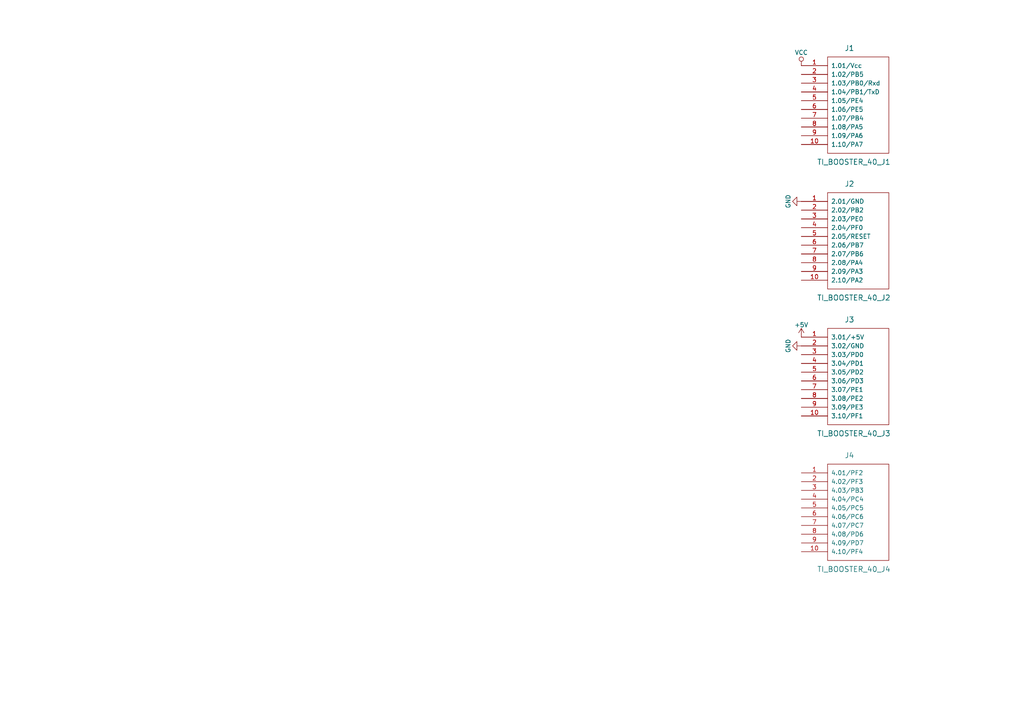
<source format=kicad_sch>
(kicad_sch (version 20210126) (generator eeschema)
  (paper "A4")
  (title_block (date "19 oct 2012"))
  (lib_symbols
    (symbol "boosterpack:Ti_Booster_40_J1" (pin_names (offset 1.016))
      (property "Reference" "J" (at -1.27 16.51 0))
      (property "Value" "Ti_Booster_40_J1" (at 0 -16.51 0))
      (symbol "Ti_Booster_40_J1_0_1"
        (rectangle (start -7.62 13.97) (end 10.16 -13.97))
      )
      (symbol "Ti_Booster_40_J1_1_1"
        (pin power_in line (at -15.24 11.43 0) (length 7.62) (name "1.01/Vcc") (number "1"))
        (pin bidirectional line (at -15.24 8.89 0) (length 7.62) (name "1.02/PB5") (number "2"))
        (pin bidirectional line (at -15.24 6.35 0) (length 7.62) (name "1.03/PB0/Rxd") (number "3"))
        (pin bidirectional line (at -15.24 3.81 0) (length 7.62) (name "1.04/PB1/TxD") (number "4"))
        (pin bidirectional line (at -15.24 1.27 0) (length 7.62) (name "1.05/PE4") (number "5"))
        (pin bidirectional line (at -15.24 -1.27 0) (length 7.62) (name "1.06/PE5") (number "6"))
        (pin bidirectional line (at -15.24 -3.81 0) (length 7.62) (name "1.07/PB4") (number "7"))
        (pin bidirectional line (at -15.24 -6.35 0) (length 7.62) (name "1.08/PA5") (number "8"))
        (pin bidirectional line (at -15.24 -8.89 0) (length 7.62) (name "1.09/PA6") (number "9"))
        (pin bidirectional line (at -15.24 -11.43 0) (length 7.62) (name "1.10/PA7") (number "10"))
      )
    )
    (symbol "boosterpack:Ti_Booster_40_J2" (pin_names (offset 1.016))
      (property "Reference" "J" (at -1.27 16.51 0))
      (property "Value" "Ti_Booster_40_J2" (at 0 -16.51 0))
      (symbol "Ti_Booster_40_J2_0_1"
        (rectangle (start -7.62 13.97) (end 10.16 -13.97))
      )
      (symbol "Ti_Booster_40_J2_1_1"
        (pin power_in line (at -15.24 11.43 0) (length 7.62) (name "2.01/GND") (number "1"))
        (pin bidirectional line (at -15.24 8.89 0) (length 7.62) (name "2.02/PB2") (number "2"))
        (pin bidirectional line (at -15.24 6.35 0) (length 7.62) (name "2.03/PE0") (number "3"))
        (pin bidirectional line (at -15.24 3.81 0) (length 7.62) (name "2.04/PF0") (number "4"))
        (pin bidirectional line (at -15.24 1.27 0) (length 7.62) (name "2.05/RESET") (number "5"))
        (pin bidirectional line (at -15.24 -1.27 0) (length 7.62) (name "2.06/PB7") (number "6"))
        (pin bidirectional line (at -15.24 -3.81 0) (length 7.62) (name "2.07/PB6") (number "7"))
        (pin bidirectional line (at -15.24 -6.35 0) (length 7.62) (name "2.08/PA4") (number "8"))
        (pin bidirectional line (at -15.24 -8.89 0) (length 7.62) (name "2.09/PA3") (number "9"))
        (pin bidirectional line (at -15.24 -11.43 0) (length 7.62) (name "2.10/PA2") (number "10"))
      )
    )
    (symbol "boosterpack:Ti_Booster_40_J3" (pin_names (offset 1.016))
      (property "Reference" "J" (at -1.27 16.51 0))
      (property "Value" "Ti_Booster_40_J3" (at 0 -16.51 0))
      (symbol "Ti_Booster_40_J3_0_1"
        (rectangle (start -7.62 13.97) (end 10.16 -13.97))
      )
      (symbol "Ti_Booster_40_J3_1_1"
        (pin power_in line (at -15.24 11.43 0) (length 7.62) (name "3.01/+5V") (number "1"))
        (pin bidirectional line (at -15.24 8.89 0) (length 7.62) (name "3.02/GND") (number "2"))
        (pin bidirectional line (at -15.24 6.35 0) (length 7.62) (name "3.03/PD0") (number "3"))
        (pin bidirectional line (at -15.24 3.81 0) (length 7.62) (name "3.04/PD1") (number "4"))
        (pin bidirectional line (at -15.24 1.27 0) (length 7.62) (name "3.05/PD2") (number "5"))
        (pin bidirectional line (at -15.24 -1.27 0) (length 7.62) (name "3.06/PD3") (number "6"))
        (pin bidirectional line (at -15.24 -3.81 0) (length 7.62) (name "3.07/PE1") (number "7"))
        (pin bidirectional line (at -15.24 -6.35 0) (length 7.62) (name "3.08/PE2") (number "8"))
        (pin bidirectional line (at -15.24 -8.89 0) (length 7.62) (name "3.09/PE3") (number "9"))
        (pin bidirectional line (at -15.24 -11.43 0) (length 7.62) (name "3.10/PF1") (number "10"))
      )
    )
    (symbol "boosterpack:Ti_Booster_40_J4" (pin_names (offset 1.016))
      (property "Reference" "J" (at -1.27 16.51 0))
      (property "Value" "Ti_Booster_40_J4" (at 0 -16.51 0))
      (symbol "Ti_Booster_40_J4_0_1"
        (rectangle (start -7.62 13.97) (end 10.16 -13.97))
      )
      (symbol "Ti_Booster_40_J4_1_1"
        (pin power_in line (at -15.24 11.43 0) (length 7.62) (name "4.01/PF2") (number "1"))
        (pin bidirectional line (at -15.24 8.89 0) (length 7.62) (name "4.02/PF3") (number "2"))
        (pin bidirectional line (at -15.24 6.35 0) (length 7.62) (name "4.03/PB3") (number "3"))
        (pin bidirectional line (at -15.24 3.81 0) (length 7.62) (name "4.04/PC4") (number "4"))
        (pin bidirectional line (at -15.24 1.27 0) (length 7.62) (name "4.05/PC5") (number "5"))
        (pin bidirectional line (at -15.24 -1.27 0) (length 7.62) (name "4.06/PC6") (number "6"))
        (pin bidirectional line (at -15.24 -3.81 0) (length 7.62) (name "4.07/PC7") (number "7"))
        (pin bidirectional line (at -15.24 -6.35 0) (length 7.62) (name "4.08/PD6") (number "8"))
        (pin bidirectional line (at -15.24 -8.89 0) (length 7.62) (name "4.09/PD7") (number "9"))
        (pin bidirectional line (at -15.24 -11.43 0) (length 7.62) (name "4.10/PF4") (number "10"))
      )
    )
    (symbol "power:+5V" (power) (pin_names (offset 0))
      (property "Value" "+5V" (at 0 3.556 0))
      (symbol "+5V_0_1"
        (polyline (pts (xy -0.762 1.27) (xy 0 2.54)))
        (polyline (pts (xy 0 0) (xy 0 2.54)))
        (polyline (pts (xy 0 2.54) (xy 0.762 1.27)))
      )
      (symbol "+5V_1_1"
        (pin power_in line (at 0 0 90) (length 0) hide (name "+5V") (number "1"))
      )
    )
    (symbol "power:GND" (power) (pin_names (offset 0))
      (property "Value" "GND" (at 0 -3.81 0))
      (symbol "GND_0_1"
        (polyline (pts (xy 0 0) (xy 0 -1.27) (xy 1.27 -1.27) (xy 0 -2.54) (xy -1.27 -1.27) (xy 0 -1.27)))
      )
      (symbol "GND_1_1"
        (pin power_in line (at 0 0 270) (length 0) hide (name "GND") (number "1"))
      )
    )
    (symbol "power:VCC" (power) (pin_names (offset 0))
      (property "Value" "VCC" (at 0 3.81 0))
      (symbol "VCC_0_1"
        (circle (center 0 1.905) (radius 0.635))
        (polyline (pts (xy 0 0) (xy 0 1.27)))
      )
      (symbol "VCC_1_1"
        (pin power_in line (at 0 0 90) (length 0) hide (name "VCC") (number "1"))
      )
    )
  )
  (symbol (lib_id "power:VCC") (at 232.41 19.05 0) (unit 1)
    (property "Reference" "#PWR02" (effects hide))
    (property "Value" "VCC" (at 232.41 15.24 0))
  )
  (symbol (lib_id "power:+5V") (at 232.41 97.79 0) (unit 1)
    (property "Reference" "#PWR04" (effects hide))
    (property "Value" "+5V" (at 232.41 94.234 0))
  )
  (symbol (lib_id "power:GND") (at 232.41 58.42 270) (unit 1)
    (property "Reference" "#PWR01" (effects hide))
    (property "Value" "GND" (at 228.6 58.42 0))
  )
  (symbol (lib_id "power:GND") (at 232.41 100.33 270) (unit 1)
    (property "Reference" "#PWR03" (effects hide))
    (property "Value" "GND" (at 228.6 100.33 0))
  )
  (symbol (lib_id "boosterpack:Ti_Booster_40_J1") (at 247.65 30.48 0) (unit 1)
    (property "Reference" "J1" (at 246.38 13.97 0) (effects (font (size 1.524 1.524))))
    (property "Value" "TI_BOOSTER_40_J1" (at 247.65 46.99 0) (effects (font (size 1.524 1.524))))
    (property "Footprint" "Connector_PinHeader_2.54mm:PinHeader_1x10_P2.54mm_Vertical" (effects hide))
  )
  (symbol (lib_id "boosterpack:Ti_Booster_40_J2") (at 247.65 69.85 0) (unit 1)
    (property "Reference" "J2" (at 246.38 53.34 0) (effects (font (size 1.524 1.524))))
    (property "Value" "TI_BOOSTER_40_J2" (at 247.65 86.36 0) (effects (font (size 1.524 1.524))))
    (property "Footprint" "Connector_PinHeader_2.54mm:PinHeader_1x10_P2.54mm_Vertical" (effects hide))
  )
  (symbol (lib_id "boosterpack:Ti_Booster_40_J3") (at 247.65 109.22 0) (unit 1)
    (property "Reference" "J3" (at 246.38 92.71 0) (effects (font (size 1.524 1.524))))
    (property "Value" "TI_BOOSTER_40_J3" (at 247.65 125.73 0) (effects (font (size 1.524 1.524))))
    (property "Footprint" "Connector_PinHeader_2.54mm:PinHeader_1x10_P2.54mm_Vertical" (effects hide))
  )
  (symbol (lib_id "boosterpack:Ti_Booster_40_J4") (at 247.65 148.59 0) (unit 1)
    (property "Reference" "J4" (at 246.38 132.08 0) (effects (font (size 1.524 1.524))))
    (property "Value" "TI_BOOSTER_40_J4" (at 247.65 165.1 0) (effects (font (size 1.524 1.524))))
    (property "Footprint" "Connector_PinHeader_2.54mm:PinHeader_1x10_P2.54mm_Vertical" (effects hide))
  )
)
</source>
